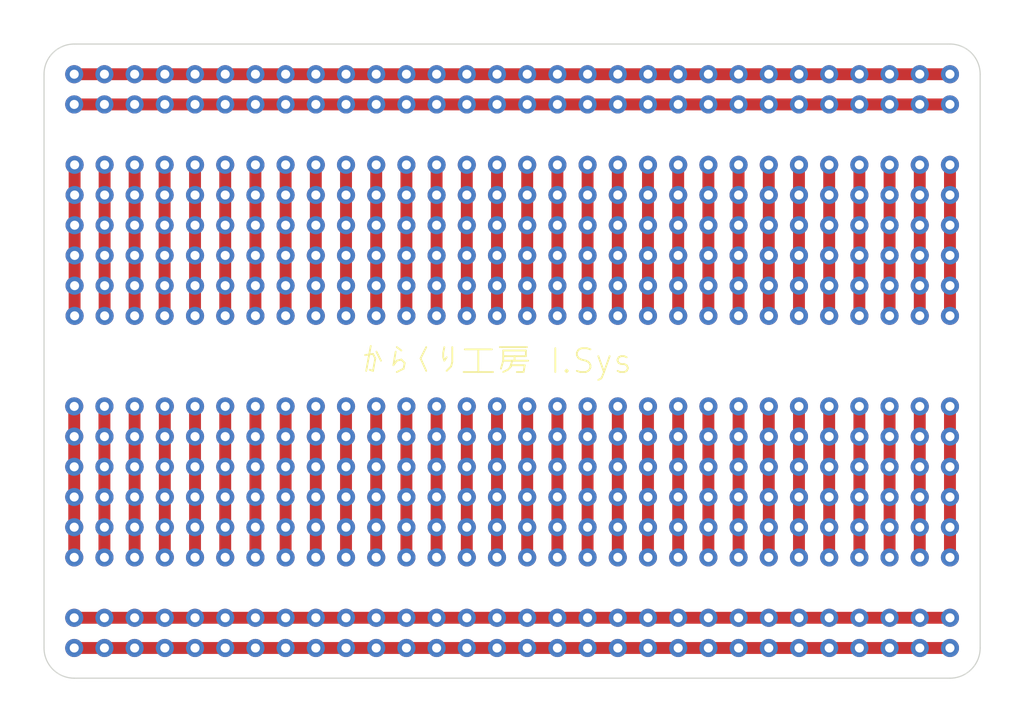
<source format=kicad_pcb>
(kicad_pcb (version 20221018) (generator pcbnew)
  (layers (0 "F.Cu" signal) (31 "B.Cu" signal) (34 "B.Paste" user) (35 "F.Paste" user) (36 "B.SilkS" user "B.Silkscreen") (37 "F.SilkS" user "F.Silkscreen") (38 "B.Mask" user) (39 "F.Mask" user) (44 "Edge.Cuts" user))
  (net 0 "")
  (net 1 "Net-(J1-Pin_1)")
  (net 2 "Net-(J2-Pin_1)")
  (net 3 "Net-(J3-Pin_1)")
  (net 4 "Net-(J4-Pin_1)")
  (net 5 "Net-(J5-Pin_1)")
  (net 6 "Net-(J6-Pin_1)")
  (net 7 "Net-(J7-Pin_1)")
  (net 8 "Net-(J8-Pin_1)")
  (net 9 "Net-(J9-Pin_1)")
  (net 10 "Net-(J10-Pin_1)")
  (net 11 "Net-(J11-Pin_1)")
  (net 12 "Net-(J12-Pin_1)")
  (net 13 "Net-(J13-Pin_1)")
  (net 14 "Net-(J14-Pin_1)")
  (net 15 "Net-(J15-Pin_1)")
  (net 16 "Net-(J16-Pin_1)")
  (net 17 "Net-(J17-Pin_1)")
  (net 18 "Net-(J18-Pin_1)")
  (net 19 "Net-(J19-Pin_1)")
  (net 20 "Net-(J20-Pin_1)")
  (net 21 "Net-(J21-Pin_1)")
  (net 22 "Net-(J22-Pin_1)")
  (net 23 "Net-(J23-Pin_1)")
  (net 24 "Net-(J24-Pin_1)")
  (net 25 "Net-(J25-Pin_1)")
  (net 26 "Net-(J26-Pin_1)")
  (net 27 "Net-(J27-Pin_1)")
  (net 28 "Net-(J28-Pin_1)")
  (net 29 "Net-(J29-Pin_1)")
  (net 30 "Net-(J30-Pin_1)")
  (net 31 "Net-(J31-Pin_1)")
  (net 32 "Net-(J32-Pin_1)")
  (net 33 "Net-(J33-Pin_1)")
  (net 34 "Net-(J34-Pin_1)")
  (net 35 "Net-(J35-Pin_1)")
  (net 36 "Net-(J36-Pin_1)")
  (net 37 "Net-(J37-Pin_1)")
  (net 38 "Net-(J38-Pin_1)")
  (net 39 "Net-(J39-Pin_1)")
  (net 40 "Net-(J40-Pin_1)")
  (net 41 "Net-(J41-Pin_1)")
  (net 42 "Net-(J42-Pin_1)")
  (net 43 "Net-(J43-Pin_1)")
  (net 44 "Net-(J44-Pin_1)")
  (net 45 "Net-(J45-Pin_1)")
  (net 46 "Net-(J46-Pin_1)")
  (net 47 "Net-(J47-Pin_1)")
  (net 48 "Net-(J48-Pin_1)")
  (net 49 "Net-(J49-Pin_1)")
  (net 50 "Net-(J50-Pin_1)")
  (net 51 "Net-(J51-Pin_1)")
  (net 52 "Net-(J52-Pin_1)")
  (net 53 "Net-(J53-Pin_1)")
  (net 54 "Net-(J54-Pin_1)")
  (net 55 "Net-(J55-Pin_1)")
  (net 56 "Net-(J56-Pin_1)")
  (net 57 "Net-(J57-Pin_1)")
  (net 58 "Net-(J58-Pin_1)")
  (net 59 "Net-(J59-Pin_1)")
  (net 60 "Net-(J60-Pin_1)")
  (net 61 "Net-(J61-Pin_1)")
  (net 62 "Net-(J66-Pin_1)")
  (net 63 "Net-(J71-Pin_1)")
  (net 64 "Net-(J76-Pin_1)")
  (footprint "pins:Pins" (layer "F.Cu") (at 114.3 96.52)
    (fp_text reference "J51" hide)
    (fp_text value "Conn_01x06_Pin")
  )
  (footprint "pins:Pins" (layer "F.Cu") (at 167.64 96.52)
    (fp_text reference "J20" hide)
    (fp_text value "Conn_01x06_Pin")
  )
  (footprint "pins:Pins" (layer "F.Cu") (at 124.46 96.52)
    (fp_text reference "J3" hide)
    (fp_text value "Conn_01x06_Pin")
  )
  (footprint "pins:Pins" (layer "F.Cu") (at 177.8 96.52)
    (fp_text reference "J24" hide)
    (fp_text value "Conn_01x06_Pin")
  )
  (footprint "pins:Pins" (layer "F.Cu") (at 175.26 116.84)
    (fp_text reference "J45" hide)
    (fp_text value "Conn_01x06_Pin")
  )
  (footprint "pins:Pins" (layer "F.Cu") (at 129.54 116.84)
    (fp_text reference "J27" hide)
    (fp_text value "Conn_01x06_Pin")
  )
  (footprint "pins:Pins" (layer "F.Cu") (at 124.46 116.84)
    (fp_text reference "J59" hide)
    (fp_text value "Conn_01x06_Pin")
  )
  (footprint "pins:Pins" (layer "F.Cu") (at 154.94 96.52)
    (fp_text reference "J15" hide)
    (fp_text value "Conn_01x06_Pin")
  )
  (footprint "pins:Pins" (layer "F.Cu") (at 121.92 96.52)
    (fp_text reference "J2" hide)
    (fp_text value "Conn_01x06_Pin")
  )
  (footprint "pins:Pins" (layer "F.Cu") (at 182.88 96.52)
    (fp_text reference "J26" hide)
    (fp_text value "Conn_01x06_Pin")
  )
  (footprint "pins:Pins" (layer "F.Cu") (at 121.92 91.44 -90)
    (fp_text reference "J61" hide)
    (fp_text value "Conn_01x06_Pin")
  )
  (footprint "pins:Pins" (layer "F.Cu") (at 165.1 96.52)
    (fp_text reference "J19" hide)
    (fp_text value "Conn_01x06_Pin")
  )
  (footprint "pins:Pins" (layer "F.Cu") (at 154.94 116.84)
    (fp_text reference "J37" hide)
    (fp_text value "Conn_01x06_Pin")
  )
  (footprint "pins:Pins" (layer "F.Cu") (at 160.02 96.52)
    (fp_text reference "J17" hide)
    (fp_text value "Conn_01x06_Pin")
  )
  (footprint "pins:Pins" (layer "F.Cu") (at 152.4 91.44 -90)
    (fp_text reference "J63" hide)
    (fp_text value "Conn_01x06_Pin")
  )
  (footprint "pins:Pins" (layer "F.Cu") (at 147.32 116.84)
    (fp_text reference "J34" hide)
    (fp_text value "Conn_01x06_Pin")
  )
  (footprint "pins:Pins" (layer "F.Cu") (at 142.24 96.52)
    (fp_text reference "J10" hide)
    (fp_text value "Conn_01x06_Pin")
  )
  (footprint "pins:Pins" (layer "F.Cu") (at 137.16 88.9 -90)
    (fp_text reference "J67" hide)
    (fp_text value "Conn_01x06_Pin")
  )
  (footprint "pins:Pins" (layer "F.Cu") (at 165.1 116.84)
    (fp_text reference "J41" hide)
    (fp_text value "Conn_01x06_Pin")
  )
  (footprint "pins:Pins" (layer "F.Cu") (at 137.16 116.84)
    (fp_text reference "J30" hide)
    (fp_text value "Conn_01x06_Pin")
  )
  (footprint "pins:Pins" (layer "F.Cu") (at 139.7 96.52)
    (fp_text reference "J9" hide)
    (fp_text value "Conn_01x06_Pin")
  )
  (footprint "pins:Pins" (layer "F.Cu") (at 172.72 116.84)
    (fp_text reference "J44" hide)
    (fp_text value "Conn_01x06_Pin")
  )
  (footprint "pins:Pins" (layer "F.Cu") (at 170.18 116.84)
    (fp_text reference "J43" hide)
    (fp_text value "Conn_01x06_Pin")
  )
  (footprint "pins:Pins" (layer "F.Cu") (at 162.56 96.52)
    (fp_text reference "J18" hide)
    (fp_text value "Conn_01x06_Pin")
  )
  (footprint "pins:Pins" (layer "F.Cu") (at 180.34 116.84)
    (fp_text reference "J47" hide)
    (fp_text value "Conn_01x06_Pin")
  )
  (footprint "pins:Pins" (layer "F.Cu") (at 182.88 116.84)
    (fp_text reference "J48" hide)
    (fp_text value "Conn_01x06_Pin")
  )
  (footprint "pins:Pins" (layer "F.Cu") (at 144.78 116.84)
    (fp_text reference "J33" hide)
    (fp_text value "Conn_01x06_Pin")
  )
  (footprint "pins:Pins" (layer "F.Cu") (at 132.08 96.52)
    (fp_text reference "J6" hide)
    (fp_text value "Conn_01x06_Pin")
  )
  (footprint "pins:Pins" (layer "F.Cu") (at 137.16 137.16 -90)
    (fp_text reference "J79" hide)
    (fp_text value "Conn_01x06_Pin")
  )
  (footprint "pins:Pins" (layer "F.Cu") (at 116.824 96.52)
    (fp_text reference "J52" hide)
    (fp_text value "Conn_01x06_Pin")
  )
  (footprint "pins:Pins" (layer "F.Cu") (at 167.64 116.84)
    (fp_text reference "J42" hide)
    (fp_text value "Conn_01x06_Pin")
  )
  (footprint "pins:Pins" (layer "F.Cu") (at 180.34 96.52)
    (fp_text reference "J25" hide)
    (fp_text value "Conn_01x06_Pin")
  )
  (footprint "pins:Pins" (layer "F.Cu") (at 182.88 134.62 -90)
    (fp_text reference "J71" hide)
    (fp_text value "Conn_01x06_Pin")
  )
  (footprint "pins:Pins" (layer "F.Cu") (at 119.38 116.84)
    (fp_text reference "J57" hide)
    (fp_text value "Conn_01x06_Pin")
  )
  (footprint "pins:Pins" (layer "F.Cu") (at 147.32 96.52)
    (fp_text reference "J12" hide)
    (fp_text value "Conn_01x06_Pin")
  )
  (footprint "pins:Pins" (layer "F.Cu") (at 137.16 91.44 -90)
    (fp_text reference "J62" hide)
    (fp_text value "Conn_01x06_Pin")
  )
  (footprint "pins:Pins" (layer "F.Cu") (at 109.252 96.52)
    (fp_text reference "J49" hide)
    (fp_text value "Conn_01x06_Pin")
  )
  (footprint "pins:Pins" (layer "F.Cu") (at 111.76 116.84)
    (fp_text reference "J54" hide)
    (fp_text value "Conn_01x06_Pin")
  )
  (footprint "pins:Pins" (layer "F.Cu") (at 152.4 116.84)
    (fp_text reference "J36" hide)
    (fp_text value "Conn_01x06_Pin")
  )
  (footprint "pins:Pins" (layer "F.Cu") (at 109.22 116.84)
    (fp_text reference "J53" hide)
    (fp_text value "Conn_01x06_Pin")
  )
  (footprint "pins:Pins" (layer "F.Cu") (at 177.8 116.84)
    (fp_text reference "J46" hide)
    (fp_text value "Conn_01x06_Pin")
  )
  (footprint "pins:Pins" (layer "F.Cu") (at 182.88 91.44 -90)
    (fp_text reference "J65" hide)
    (fp_text value "Conn_01x06_Pin")
  )
  (footprint "pins:Pins" (layer "F.Cu") (at 142.24 116.84)
    (fp_text reference "J32" hide)
    (fp_text value "Conn_01x06_Pin")
  )
  (footprint "pins:Pins" (layer "F.Cu") (at 152.4 96.52)
    (fp_text reference "J14" hide)
    (fp_text value "Conn_01x06_Pin")
  )
  (footprint "pins:Pins" (layer "F.Cu") (at 182.88 137.16 -90)
    (fp_text reference "J76" hide)
    (fp_text value "Conn_01x06_Pin")
  )
  (footprint "pins:Pins" (layer "F.Cu") (at 149.86 116.84)
    (fp_text reference "J35" hide)
    (fp_text value "Conn_01x06_Pin")
  )
  (footprint "pins:Pins" (layer "F.Cu") (at 167.64 137.16 -90)
    (fp_text reference "J77" hide)
    (fp_text value "Conn_01x06_Pin")
  )
  (footprint "pins:Pins" (layer "F.Cu") (at 132.08 116.84)
    (fp_text reference "J28" hide)
    (fp_text value "Conn_01x06_Pin")
  )
  (footprint "pins:Pins" (layer "F.Cu") (at 170.18 96.52)
    (fp_text reference "J21" hide)
    (fp_text value "Conn_01x06_Pin")
  )
  (footprint "pins:Pins" (layer "F.Cu") (at 121.92 88.9 -90)
    (fp_text reference "J66" hide)
    (fp_text value "Conn_01x06_Pin")
  )
  (footprint "pins:Pins" (layer "F.Cu") (at 121.92 134.62 -90)
    (fp_text reference "J75" hide)
    (fp_text value "Conn_01x06_Pin")
  )
  (footprint "pins:Pins" (layer "F.Cu") (at 144.78 96.52)
    (fp_text reference "J11" hide)
    (fp_text value "Conn_01x06_Pin")
  )
  (footprint "pins:Pins" (layer "F.Cu") (at 116.84 116.84)
    (fp_text reference "J56" hide)
    (fp_text value "Conn_01x06_Pin")
  )
  (footprint "pins:Pins" (layer "F.Cu") (at 149.86 96.52)
    (fp_text reference "J13" hide)
    (fp_text value "Conn_01x06_Pin")
  )
  (footprint "pins:Pins" (layer "F.Cu") (at 129.54 96.52)
    (fp_text reference "J5" hide)
    (fp_text value "Conn_01x06_Pin")
  )
  (footprint "pins:Pins" (layer "F.Cu") (at 160.02 116.84)
    (fp_text reference "J39" hide)
    (fp_text value "Conn_01x06_Pin")
  )
  (footprint "pins:Pins" (layer "F.Cu") (at 152.4 137.16 -90)
    (fp_text reference "J78" hide)
    (fp_text value "Conn_01x06_Pin")
  )
  (footprint "pins:Pins" (layer "F.Cu") (at 175.26 96.52)
    (fp_text reference "J23" hide)
    (fp_text value "Conn_01x06_Pin")
  )
  (footprint "pins:Pins" (layer "F.Cu") (at 127 116.84)
    (fp_text reference "J60" hide)
    (fp_text value "Conn_01x06_Pin")
  )
  (footprint "pins:Pins" (layer "F.Cu") (at 121.92 137.16 -90)
    (fp_text reference "J80" hide)
    (fp_text value "Conn_01x06_Pin")
  )
  (footprint "pins:Pins" (layer "F.Cu") (at 121.92 116.84)
    (fp_text reference "J58" hide)
    (fp_text value "Conn_01x06_Pin")
  )
  (footprint "pins:Pins" (layer "F.Cu") (at 137.16 96.52)
    (fp_text reference "J8" hide)
    (fp_text value "Conn_01x06_Pin")
  )
  (footprint "pins:Pins" (layer "F.Cu") (at 134.62 116.84)
    (fp_text reference "J29" hide)
    (fp_text value "Conn_01x06_Pin")
  )
  (footprint "pins:Pins" (layer "F.Cu") (at 157.48 116.84)
    (fp_text reference "J38" hide)
    (fp_text value "Conn_01x06_Pin")
  )
  (footprint "pins:Pins" (layer "F.Cu") (at 137.16 134.62 -90)
    (fp_text reference "J74" hide)
    (fp_text value "Conn_01x06_Pin")
  )
  (footprint "pins:Pins" (layer "F.Cu") (at 157.48 96.52)
    (fp_text reference "J16" hide)
    (fp_text value "Conn_01x06_Pin")
  )
  (footprint "pins:Pins" (layer "F.Cu") (at 134.62 96.52)
    (fp_text reference "J7" hide)
    (fp_text value "Conn_01x06_Pin")
  )
  (footprint "pins:Pins" (layer "F.Cu") (at 167.64 88.9 -90)
    (fp_text reference "J69" hide)
    (fp_text value "Conn_01x06_Pin")
  )
  (footprint "pins:Pins" (layer "F.Cu") (at 111.776 96.52)
    (fp_text reference "J50" hide)
    (fp_text value "Conn_01x06_Pin")
  )
  (footprint "pins:Pins" (layer "F.Cu") (at 182.88 88.9 -90)
    (fp_text reference "J70" hide)
    (fp_text value "Conn_01x06_Pin")
  )
  (footprint "pins:Pins" (layer "F.Cu") (at 172.72 96.52)
    (fp_text reference "J22" hide)
    (fp_text value "Conn_01x06_Pin")
  )
  (footprint "pins:Pins" (layer "F.Cu") (at 152.4 88.9 -90)
    (fp_text reference "J68" hide)
    (fp_text value "Conn_01x06_Pin")
  )
  (footprint "pins:Pins" (layer "F.Cu") (at 139.7 116.84)
    (fp_text reference "J31" hide)
    (fp_text value "Conn_01x06_Pin")
  )
  (footprint "pins:Pins" (layer "F.Cu") (at 167.64 134.62 -90)
    (fp_text reference "J72" hide)
    (fp_text value "Conn_01x06_Pin")
  )
  (footprint "pins:Pins" (layer "F.Cu") (at 127 96.52)
    (fp_text reference "J4" hide)
    (fp_text value "Conn_01x06_Pin")
  )
  (footprint "pins:Pins" (layer "F.Cu") (at 167.64 91.44 -90)
    (fp_text reference "J64" hide)
    (fp_text value "Conn_01x06_Pin")
  )
  (footprint "pins:Pins" (layer "F.Cu") (at 114.3 116.84)
    (fp_text reference "J55" hide)
    (fp_text value "Conn_01x06_Pin")
  )
  (footprint "pins:Pins" (layer "F.Cu") (at 152.4 134.62 -90)
    (fp_text reference "J73" hide)
    (fp_text value "Conn_01x06_Pin")
  )
  (footprint "pins:Pins" (layer "F.Cu") (at 119.38 96.52)
    (fp_text reference "J1" hide)
    (fp_text value "Conn_01x06_Pin")
  )
  (footprint "pins:Pins" (layer "F.Cu") (at 162.56 116.84)
    (fp_text reference "J40" hide)
    (fp_text value "Conn_01x06_Pin")
  )
  (gr_line (start 182.88 86.36) (end 109.22 86.36) (stroke (width 0.1)) (layer "Edge.Cuts"))
  (gr_line (start 109.22 139.7) (end 182.88 139.7) (stroke (width 0.1)) (layer "Edge.Cuts"))
  (gr_line (start 185.42 137.16) (end 185.42 88.9) (stroke (width 0.1)) (layer "Edge.Cuts"))
  (gr_line (start 106.68 88.9) (end 106.68 137.16) (stroke (width 0.1)) (layer "Edge.Cuts"))
  (gr_arc (start 106.68 88.9) (mid 107.423949 87.103949) (end 109.22 86.36) (stroke (width 0.1)) (layer "Edge.Cuts"))
  (gr_arc (start 185.42 137.16) (mid 184.676051 138.956051) (end 182.88 139.7) (stroke (width 0.1)) (layer "Edge.Cuts"))
  (gr_arc (start 109.22 139.7) (mid 107.423949 138.956051) (end 106.68 137.16) (stroke (width 0.1)) (layer "Edge.Cuts"))
  (gr_arc (start 182.88 86.36) (mid 184.676051 87.103949) (end 185.42 88.9) (stroke (width 0.1)) (layer "Edge.Cuts"))
  (gr_text "からくり工房 I.Sys" (at 144.78 113.03) (layer "F.SilkS") (effects (font (size 2 2))))
  (segment (start 119.38 96.52) (end 119.38 109.22) (width 1) (layer "F.Cu") (net 1))
  (segment (start 121.92 109.22) (end 121.92 96.52) (width 1) (layer "F.Cu") (net 2))
  (segment (start 124.46 96.52) (end 124.46 109.22) (width 1) (layer "F.Cu") (net 3))
  (segment (start 127 109.22) (end 127 96.52) (width 1) (layer "F.Cu") (net 4))
  (segment (start 129.54 96.52) (end 129.54 109.22) (width 1) (layer "F.Cu") (net 5))
  (segment (start 132.08 109.22) (end 132.08 96.52) (width 1) (layer "F.Cu") (net 6))
  (segment (start 134.62 96.52) (end 134.62 109.22) (width 1) (layer "F.Cu") (net 7))
  (segment (start 137.16 109.22) (end 137.16 96.52) (width 1) (layer "F.Cu") (net 8))
  (segment (start 139.7 96.52) (end 139.7 109.22) (width 1) (layer "F.Cu") (net 9))
  (segment (start 142.24 109.22) (end 142.24 96.52) (width 1) (layer "F.Cu") (net 10))
  (segment (start 144.78 96.52) (end 144.78 109.22) (width 1) (layer "F.Cu") (net 11))
  (segment (start 147.32 109.22) (end 147.32 96.52) (width 1) (layer "F.Cu") (net 12))
  (segment (start 149.86 96.52) (end 149.86 109.22) (width 1) (layer "F.Cu") (net 13))
  (segment (start 152.4 109.22) (end 152.4 96.52) (width 1) (layer "F.Cu") (net 14))
  (segment (start 154.94 96.52) (end 154.94 109.22) (width 1) (layer "F.Cu") (net 15))
  (segment (start 157.48 109.22) (end 157.48 96.52) (width 1) (layer "F.Cu") (net 16))
  (segment (start 160.02 96.52) (end 160.02 109.22) (width 1) (layer "F.Cu") (net 17))
  (segment (start 162.56 109.22) (end 162.56 96.52) (width 1) (layer "F.Cu") (net 18))
  (segment (start 165.1 96.52) (end 165.1 109.22) (width 1) (layer "F.Cu") (net 19))
  (segment (start 167.64 109.22) (end 167.64 96.52) (width 1) (layer "F.Cu") (net 20))
  (segment (start 170.18 96.52) (end 170.18 109.22) (width 1) (layer "F.Cu") (net 21))
  (segment (start 172.72 109.22) (end 172.72 96.52) (width 1) (layer "F.Cu") (net 22))
  (segment (start 175.26 96.52) (end 175.26 109.22) (width 1) (layer "F.Cu") (net 23))
  (segment (start 177.8 109.22) (end 177.8 96.52) (width 1) (layer "F.Cu") (net 24))
  (segment (start 180.34 96.52) (end 180.34 109.22) (width 1) (layer "F.Cu") (net 25))
  (segment (start 182.88 109.22) (end 182.88 96.52) (width 1) (layer "F.Cu") (net 26))
  (segment (start 129.54 116.84) (end 129.54 129.54) (width 1) (layer "F.Cu") (net 27))
  (segment (start 132.08 129.54) (end 132.08 116.84) (width 1) (layer "F.Cu") (net 28))
  (segment (start 134.62 116.84) (end 134.62 129.54) (width 1) (layer "F.Cu") (net 29))
  (segment (start 137.16 129.54) (end 137.16 116.84) (width 1) (layer "F.Cu") (net 30))
  (segment (start 139.7 116.84) (end 139.7 129.54) (width 1) (layer "F.Cu") (net 31))
  (segment (start 142.24 129.54) (end 142.24 116.84) (width 1) (layer "F.Cu") (net 32))
  (segment (start 144.78 116.84) (end 144.78 129.54) (width 1) (layer "F.Cu") (net 33))
  (segment (start 147.32 129.54) (end 147.32 116.84) (width 1) (layer "F.Cu") (net 34))
  (segment (start 149.86 116.84) (end 149.86 129.54) (width 1) (layer "F.Cu") (net 35))
  (segment (start 152.4 116.84) (end 152.4 129.54) (width 1) (layer "F.Cu") (net 36))
  (segment (start 154.94 129.54) (end 154.94 116.84) (width 1) (layer "F.Cu") (net 37))
  (segment (start 157.48 116.84) (end 157.48 129.54) (width 1) (layer "F.Cu") (net 38))
  (segment (start 160.02 129.54) (end 160.02 116.84) (width 1) (layer "F.Cu") (net 39))
  (segment (start 162.56 116.84) (end 162.56 129.54) (width 1) (layer "F.Cu") (net 40))
  (segment (start 165.1 129.54) (end 165.1 116.84) (width 1) (layer "F.Cu") (net 41))
  (segment (start 167.64 116.84) (end 167.64 129.54) (width 1) (layer "F.Cu") (net 42))
  (segment (start 170.18 129.54) (end 170.18 116.84) (width 1) (layer "F.Cu") (net 43))
  (segment (start 172.72 116.84) (end 172.72 129.54) (width 1) (layer "F.Cu") (net 44))
  (segment (start 175.26 129.54) (end 175.26 116.84) (width 1) (layer "F.Cu") (net 45))
  (segment (start 177.8 116.84) (end 177.8 129.54) (width 1) (layer "F.Cu") (net 46))
  (segment (start 180.34 129.54) (end 180.34 116.84) (width 1) (layer "F.Cu") (net 47))
  (segment (start 182.88 116.84) (end 182.88 129.54) (width 1) (layer "F.Cu") (net 48))
  (segment (start 182.88 129.54) (end 182.88 127) (width 1) (layer "F.Cu") (net 48))
  (segment (start 109.252 96.52) (end 109.252 109.22) (width 1) (layer "F.Cu") (net 49))
  (segment (start 111.776 109.22) (end 111.776 96.52) (width 1) (layer "F.Cu") (net 50))
  (segment (start 114.3 96.52) (end 114.3 109.22) (width 1) (layer "F.Cu") (net 51))
  (segment (start 116.824 109.22) (end 116.824 96.536) (width 1) (layer "F.Cu") (net 52))
  (segment (start 116.824 96.536) (end 116.84 96.52) (width 1) (layer "F.Cu") (net 52))
  (segment (start 109.22 116.84) (end 109.22 129.54) (width 1) (layer "F.Cu") (net 53))
  (segment (start 111.76 129.54) (end 111.76 116.84) (width 1) (layer "F.Cu") (net 54))
  (segment (start 114.3 116.84) (end 114.3 129.54) (width 1) (layer "F.Cu") (net 55))
  (segment (start 116.84 129.54) (end 116.84 116.84) (width 1) (layer "F.Cu") (net 56))
  (segment (start 119.38 116.84) (end 119.38 129.54) (width 1) (layer "F.Cu") (net 57))
  (segment (start 121.92 129.54) (end 121.92 116.84) (width 1) (layer "F.Cu") (net 58))
  (segment (start 124.46 116.84) (end 124.46 129.54) (width 1) (layer "F.Cu") (net 59))
  (segment (start 127 129.54) (end 127 116.84) (width 1) (layer "F.Cu") (net 60))
  (segment (start 109.22 91.44) (end 182.88 91.44) (width 1) (layer "F.Cu") (net 61))
  (segment (start 182.88 88.9) (end 109.22 88.9) (width 1) (layer "F.Cu") (net 62))
  (segment (start 182.88 134.62) (end 109.22 134.62) (width 1) (layer "F.Cu") (net 63))
  (segment (start 109.22 137.16) (end 182.88 137.16) (width 1) (layer "F.Cu") (net 64))
)
</source>
